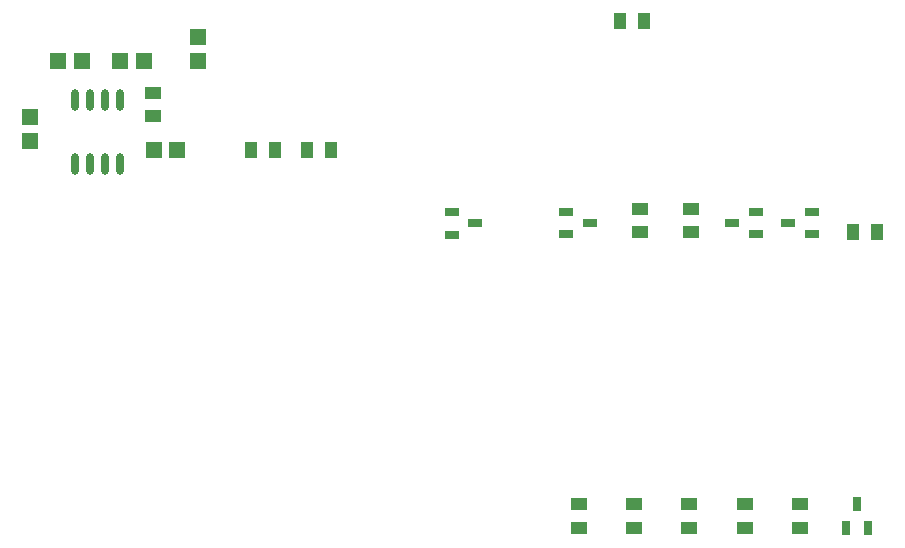
<source format=gtp>
G04 #@! TF.GenerationSoftware,KiCad,Pcbnew,9.0.1*
G04 #@! TF.CreationDate,2025-05-01T12:24:31+02:00*
G04 #@! TF.ProjectId,despertador,64657370-6572-4746-9164-6f722e6b6963,rev?*
G04 #@! TF.SameCoordinates,Original*
G04 #@! TF.FileFunction,Paste,Top*
G04 #@! TF.FilePolarity,Positive*
%FSLAX46Y46*%
G04 Gerber Fmt 4.6, Leading zero omitted, Abs format (unit mm)*
G04 Created by KiCad (PCBNEW 9.0.1) date 2025-05-01 12:24:31*
%MOMM*%
%LPD*%
G01*
G04 APERTURE LIST*
%ADD10R,1.350000X1.410000*%
%ADD11R,1.410000X1.350000*%
%ADD12R,1.380000X1.130000*%
%ADD13R,1.250000X0.700000*%
%ADD14O,0.630000X1.860000*%
%ADD15R,1.130000X1.380000*%
%ADD16R,0.700000X1.250000*%
G04 APERTURE END LIST*
D10*
X109500000Y-98250000D03*
X109500000Y-96250000D03*
D11*
X107750000Y-105820000D03*
X105750000Y-105820000D03*
X102940000Y-98270000D03*
X104940000Y-98270000D03*
X97690000Y-98270000D03*
X99690000Y-98270000D03*
D10*
X95250000Y-105000000D03*
X95250000Y-103000000D03*
D12*
X151125000Y-137750000D03*
X151125000Y-135750000D03*
X146950000Y-110750000D03*
X146950000Y-112750000D03*
X151250000Y-110750000D03*
X151250000Y-112750000D03*
X105680000Y-100970000D03*
X105680000Y-102910000D03*
D13*
X156750000Y-112900000D03*
X156750000Y-111000000D03*
X154750000Y-111950000D03*
D14*
X99070000Y-106930000D03*
X100350000Y-106930000D03*
X101610000Y-106930000D03*
X102880000Y-106930000D03*
X102880000Y-101570000D03*
X101610000Y-101570000D03*
X100350000Y-101570000D03*
X99070000Y-101570000D03*
D12*
X155812500Y-137750000D03*
X155812500Y-135750000D03*
D13*
X161500000Y-112900000D03*
X161500000Y-111000000D03*
X159500000Y-111950000D03*
D15*
X114000000Y-105750000D03*
X116000000Y-105750000D03*
D13*
X131000000Y-111050000D03*
X131000000Y-112950000D03*
X133000000Y-112000000D03*
D15*
X145250000Y-94880000D03*
X147250000Y-94880000D03*
D12*
X160500000Y-137750000D03*
X160500000Y-135750000D03*
X141750000Y-137750000D03*
X141750000Y-135750000D03*
D13*
X140700000Y-111000000D03*
X140700000Y-112900000D03*
X142700000Y-111950000D03*
D12*
X146437500Y-137750000D03*
X146437500Y-135750000D03*
D15*
X120750000Y-105750000D03*
X118750000Y-105750000D03*
X167000000Y-112750000D03*
X165000000Y-112750000D03*
D16*
X164350000Y-137750000D03*
X166250000Y-137750000D03*
X165300000Y-135750000D03*
M02*

</source>
